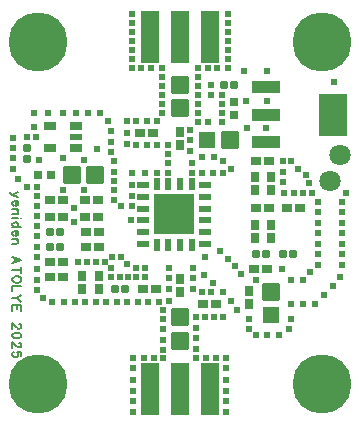
<source format=gts>
G04 Layer: TopSolderMaskLayer*
G04 EasyEDA Pro v2.2.45.4, 2025-12-28 23:20:17*
G04 Gerber Generator version 0.3*
G04 Scale: 100 percent, Rotated: No, Reflected: No*
G04 Dimensions in millimeters*
G04 Leading zeros omitted, absolute positions, 4 integers and 5 decimals*
G04 Generated by one-click*
%FSLAX45Y45*%
%MOMM*%
%AMRoundRect*1,1,$1,$2,$3*1,1,$1,$4,$5*1,1,$1,0-$2,0-$3*1,1,$1,0-$4,0-$5*20,1,$1,$2,$3,$4,$5,0*20,1,$1,$4,$5,0-$2,0-$3,0*20,1,$1,0-$2,0-$3,0-$4,0-$5,0*20,1,$1,0-$4,0-$5,$2,$3,0*4,1,4,$2,$3,$4,$5,0-$2,0-$3,0-$4,0-$5,$2,$3,0*%
%ADD10C,0.15*%
%ADD11RoundRect,0.08771X-0.32518X0.27695X0.32518X0.27695*%
%ADD12RoundRect,0.08771X-0.27695X-0.32518X-0.27695X0.32518*%
%ADD13RoundRect,0.08771X-0.28977X0.27695X0.28977X0.27695*%
%ADD14RoundRect,0.08771X-0.27695X-0.28977X-0.27695X0.28977*%
%ADD15RoundRect,0.08752X-0.50625X-0.30625X-0.50625X0.30625*%
%ADD16R,1.0X0.6*%
%ADD17R,2.47X0.98001*%
%ADD18R,2.4783X3.59999*%
%ADD19R,2.47X3.59999*%
%ADD20RoundRect,0.08771X-0.27695X-0.40199X-0.27695X0.40199*%
%ADD21RoundRect,0.08771X-0.40199X0.27695X0.40199X0.27695*%
%ADD22RoundRect,0.09495X-0.70833X0.67833X0.70833X0.67833*%
%ADD23R,1.41X1.35001*%
%ADD24R,1.35001X1.41*%
%ADD25RoundRect,0.09495X-0.67833X-0.70833X-0.67833X0.70833*%
%ADD26R,1.0X0.55*%
%ADD27R,0.55X1.0*%
%ADD28R,3.4X3.4*%
%ADD29R,1.5X4.5*%
%ADD30C,0.61*%
%ADD31C,1.8*%
%ADD32C,5.0*%
G75*


G04 Text Start*
G54D10*
G01X11039856Y-6132322D02*
G01X10991596Y-6152896D01*
G01X11039856Y-6173470D02*
G01X10991596Y-6152896D01*
G01X10977880Y-6146038D01*
G01X10971022Y-6139180D01*
G01X10967720Y-6132322D01*
G01X10967720Y-6129020D01*
G01X11019282Y-6204966D02*
G01X11019282Y-6246114D01*
G01X11026140Y-6246114D01*
G01X11032998Y-6242812D01*
G01X11036300Y-6239256D01*
G01X11039856Y-6232398D01*
G01X11039856Y-6222238D01*
G01X11036300Y-6215380D01*
G01X11029442Y-6208522D01*
G01X11019282Y-6204966D01*
G01X11012170Y-6204966D01*
G01X11002010Y-6208522D01*
G01X10995152Y-6215380D01*
G01X10991596Y-6222238D01*
G01X10991596Y-6232398D01*
G01X10995152Y-6239256D01*
G01X11002010Y-6246114D01*
G01X11039856Y-6277610D02*
G01X10991596Y-6277610D01*
G01X11026140Y-6277610D02*
G01X11036300Y-6288024D01*
G01X11039856Y-6294882D01*
G01X11039856Y-6305042D01*
G01X11036300Y-6311900D01*
G01X11026140Y-6315456D01*
G01X10991596Y-6315456D01*
G01X11063732Y-6346952D02*
G01X11060430Y-6350508D01*
G01X11063732Y-6353810D01*
G01X11067288Y-6350508D01*
G01X11063732Y-6346952D01*
G01X11039856Y-6350508D02*
G01X10991596Y-6350508D01*
G01X11063732Y-6426454D02*
G01X10991596Y-6426454D01*
G01X11029442Y-6426454D02*
G01X11036300Y-6419596D01*
G01X11039856Y-6412738D01*
G01X11039856Y-6402578D01*
G01X11036300Y-6395720D01*
G01X11029442Y-6388862D01*
G01X11019282Y-6385306D01*
G01X11012170Y-6385306D01*
G01X11002010Y-6388862D01*
G01X10995152Y-6395720D01*
G01X10991596Y-6402578D01*
G01X10991596Y-6412738D01*
G01X10995152Y-6419596D01*
G01X11002010Y-6426454D01*
G01X11019282Y-6457950D02*
G01X11019282Y-6499098D01*
G01X11026140Y-6499098D01*
G01X11032998Y-6495796D01*
G01X11036300Y-6492240D01*
G01X11039856Y-6485382D01*
G01X11039856Y-6475222D01*
G01X11036300Y-6468364D01*
G01X11029442Y-6461506D01*
G01X11019282Y-6457950D01*
G01X11012170Y-6457950D01*
G01X11002010Y-6461506D01*
G01X10995152Y-6468364D01*
G01X10991596Y-6475222D01*
G01X10991596Y-6485382D01*
G01X10995152Y-6492240D01*
G01X11002010Y-6499098D01*
G01X11039856Y-6530594D02*
G01X10991596Y-6530594D01*
G01X11026140Y-6530594D02*
G01X11036300Y-6541008D01*
G01X11039856Y-6547866D01*
G01X11039856Y-6558026D01*
G01X11036300Y-6564884D01*
G01X11026140Y-6568440D01*
G01X10991596Y-6568440D01*
G01X11063732Y-6704330D02*
G01X10991596Y-6676898D01*
G01X11063732Y-6704330D02*
G01X10991596Y-6732016D01*
G01X11015726Y-6687312D02*
G01X11015726Y-6721602D01*
G01X11063732Y-6787642D02*
G01X10991596Y-6787642D01*
G01X11063732Y-6763512D02*
G01X11063732Y-6811518D01*
G01X11063732Y-6863588D02*
G01X11060430Y-6856730D01*
G01X11053572Y-6849872D01*
G01X11046714Y-6846570D01*
G01X11036300Y-6843014D01*
G01X11019282Y-6843014D01*
G01X11008868Y-6846570D01*
G01X11002010Y-6849872D01*
G01X10995152Y-6856730D01*
G01X10991596Y-6863588D01*
G01X10991596Y-6877304D01*
G01X10995152Y-6884162D01*
G01X11002010Y-6891020D01*
G01X11008868Y-6894576D01*
G01X11019282Y-6898132D01*
G01X11036300Y-6898132D01*
G01X11046714Y-6894576D01*
G01X11053572Y-6891020D01*
G01X11060430Y-6884162D01*
G01X11063732Y-6877304D01*
G01X11063732Y-6863588D01*
G01X11063732Y-6929628D02*
G01X10991596Y-6929628D01*
G01X10991596Y-6929628D02*
G01X10991596Y-6970776D01*
G01X11063732Y-7002272D02*
G01X11029442Y-7029704D01*
G01X10991596Y-7029704D01*
G01X11063732Y-7057390D02*
G01X11029442Y-7029704D01*
G01X11063732Y-7088886D02*
G01X10991596Y-7088886D01*
G01X11063732Y-7088886D02*
G01X11063732Y-7133590D01*
G01X11029442Y-7088886D02*
G01X11029442Y-7116318D01*
G01X10991596Y-7088886D02*
G01X10991596Y-7133590D01*
G01X11046714Y-7245604D02*
G01X11050016Y-7245604D01*
G01X11056874Y-7248906D01*
G01X11060430Y-7252462D01*
G01X11063732Y-7259320D01*
G01X11063732Y-7273036D01*
G01X11060430Y-7279894D01*
G01X11056874Y-7283450D01*
G01X11050016Y-7286752D01*
G01X11043158Y-7286752D01*
G01X11036300Y-7283450D01*
G01X11026140Y-7276592D01*
G01X10991596Y-7242048D01*
G01X10991596Y-7290308D01*
G01X11063732Y-7342378D02*
G01X11060430Y-7332218D01*
G01X11050016Y-7325360D01*
G01X11032998Y-7321804D01*
G01X11022584Y-7321804D01*
G01X11005312Y-7325360D01*
G01X10995152Y-7332218D01*
G01X10991596Y-7342378D01*
G01X10991596Y-7349236D01*
G01X10995152Y-7359650D01*
G01X11005312Y-7366508D01*
G01X11022584Y-7369810D01*
G01X11032998Y-7369810D01*
G01X11050016Y-7366508D01*
G01X11060430Y-7359650D01*
G01X11063732Y-7349236D01*
G01X11063732Y-7342378D01*
G01X11046714Y-7404862D02*
G01X11050016Y-7404862D01*
G01X11056874Y-7408164D01*
G01X11060430Y-7411720D01*
G01X11063732Y-7418578D01*
G01X11063732Y-7432294D01*
G01X11060430Y-7439152D01*
G01X11056874Y-7442454D01*
G01X11050016Y-7446010D01*
G01X11043158Y-7446010D01*
G01X11036300Y-7442454D01*
G01X11026140Y-7435596D01*
G01X10991596Y-7401306D01*
G01X10991596Y-7449312D01*
G01X11063732Y-7521956D02*
G01X11063732Y-7487666D01*
G01X11032998Y-7484364D01*
G01X11036300Y-7487666D01*
G01X11039856Y-7498080D01*
G01X11039856Y-7508240D01*
G01X11036300Y-7518654D01*
G01X11029442Y-7525512D01*
G01X11019282Y-7528814D01*
G01X11012170Y-7528814D01*
G01X11002010Y-7525512D01*
G01X10995152Y-7518654D01*
G01X10991596Y-7508240D01*
G01X10991596Y-7498080D01*
G01X10995152Y-7487666D01*
G01X10998454Y-7484364D01*
G01X11005312Y-7480808D01*
G04 Text End*

G04 Pad Start*
G54D11*
G01X11318723Y-5981700D03*
G01X11211077Y-5981700D03*
G54D12*
G01X12865100Y-5476723D03*
G01X12865100Y-5369077D03*
G54D13*
G01X12870282Y-5219700D03*
G01X12783718Y-5219700D03*
G54D14*
G01X11112500Y-5847182D03*
G01X11112500Y-5760618D03*
G54D15*
G01X11307293Y-5759196D03*
G01X11307293Y-5569204D03*
G01X11527307Y-5759196D03*
G01X11527307Y-5569204D03*
G54D16*
G01X11527307Y-5664200D03*
G54D17*
G01X13140411Y-5243703D03*
G01X13140411Y-5473700D03*
G01X13140411Y-5703697D03*
G54D19*
G01X13707389Y-5473700D03*
G54D20*
G01X12992100Y-7077608D03*
G01X12992100Y-6968592D03*
G54D21*
G01X11604092Y-6337300D03*
G01X11713108Y-6337300D03*
G54D22*
G01X11495100Y-5981700D03*
G01X11695100Y-5981700D03*
G54D21*
G01X11421008Y-6337300D03*
G01X11311992Y-6337300D03*
G01X11421008Y-6197600D03*
G01X11311992Y-6197600D03*
G01X11421008Y-6845300D03*
G01X11311992Y-6845300D03*
G01X11421008Y-6718300D03*
G01X11311992Y-6718300D03*
G54D23*
G01X12638100Y-5689600D03*
G54D22*
G01X12838100Y-5689600D03*
G54D21*
G01X13160908Y-5867400D03*
G01X13051892Y-5867400D03*
G54D20*
G01X11722100Y-6841592D03*
G01X11722100Y-6950608D03*
G01X11582400Y-6841592D03*
G01X11582400Y-6950608D03*
G01X13182600Y-6112408D03*
G01X13182600Y-6003392D03*
G54D21*
G01X13427608Y-6261100D03*
G01X13318592Y-6261100D03*
G54D20*
G01X13042900Y-6518808D03*
G01X13042900Y-6409792D03*
G01X13182600Y-6518808D03*
G01X13182600Y-6409792D03*
G54D21*
G01X13039192Y-6781800D03*
G01X13148208Y-6781800D03*
G54D24*
G01X13182600Y-7173900D03*
G54D25*
G01X13182600Y-6973900D03*
G01X12407900Y-5421300D03*
G01X12407900Y-5221300D03*
G01X12407900Y-7389800D03*
G01X12407900Y-7189800D03*
G54D21*
G01X11604092Y-6197600D03*
G01X11713108Y-6197600D03*
G54D20*
G01X13042900Y-6003392D03*
G01X13042900Y-6112408D03*
G54D21*
G01X13160908Y-6261100D03*
G01X13051892Y-6261100D03*
G54D20*
G01X12407900Y-5622392D03*
G01X12407900Y-5731408D03*
G54D21*
G01X12073992Y-5626100D03*
G01X12183008Y-5626100D03*
G54D20*
G01X12412980Y-6868262D03*
G01X12412980Y-6977278D03*
G54D21*
G01X12715138Y-7078980D03*
G01X12606122Y-7078980D03*
G01X12208408Y-6946900D03*
G01X12099392Y-6946900D03*
G01X11725808Y-6464300D03*
G01X11616792Y-6464300D03*
G01X11725808Y-6591300D03*
G01X11616792Y-6591300D03*
G54D13*
G01X11397082Y-6464300D03*
G01X11310518Y-6464300D03*
G01X11397082Y-6591300D03*
G01X11310518Y-6591300D03*
G01X13050418Y-6654800D03*
G01X13136982Y-6654800D03*
G01X13279018Y-6654800D03*
G01X13365582Y-6654800D03*
G01X11943182Y-6946900D03*
G01X11856618Y-6946900D03*
G54D26*
G01X12100000Y-6069500D03*
G01X12100000Y-6169500D03*
G01X12100000Y-6269500D03*
G01X12100000Y-6369500D03*
G01X12100000Y-6469500D03*
G01X12100000Y-6569500D03*
G54D27*
G01X12213000Y-6580000D03*
G01X12313000Y-6580000D03*
G01X12413000Y-6580000D03*
G01X12513000Y-6580000D03*
G54D26*
G01X12625000Y-6569500D03*
G01X12625000Y-6469500D03*
G01X12625000Y-6369500D03*
G01X12625000Y-6269500D03*
G01X12625000Y-6169500D03*
G01X12625000Y-6069500D03*
G54D27*
G01X12513000Y-6060000D03*
G01X12413000Y-6060000D03*
G01X12313000Y-6060000D03*
G01X12213000Y-6060000D03*
G54D28*
G01X12363000Y-6319500D03*
G54D29*
G01X12662878Y-4815000D03*
G01X12152897Y-4815000D03*
G01X12407887Y-4815000D03*
G01X12152922Y-7800000D03*
G01X12662903Y-7800000D03*
G01X12407913Y-7800000D03*
G04 Pad End*

G04 Via Start*
G54D30*
G01X12302490Y-6320790D03*
G01X12363000Y-6319500D03*
G01X12241530Y-6322060D03*
G01X12423852Y-6319500D03*
G01X12484238Y-6319500D03*
G01X12241646Y-6261192D03*
G01X12302606Y-6259922D03*
G01X12363116Y-6258632D03*
G01X12423968Y-6258632D03*
G01X12484354Y-6258632D03*
G01X12241646Y-6383691D03*
G01X12302606Y-6382421D03*
G01X12363116Y-6381130D03*
G01X12423968Y-6381130D03*
G01X12484354Y-6381130D03*
G01X12241646Y-6200482D03*
G01X12302606Y-6199212D03*
G01X12363116Y-6197922D03*
G01X12423968Y-6197922D03*
G01X12484354Y-6197922D03*
G01X12241646Y-6444077D03*
G01X12302606Y-6442807D03*
G01X12363116Y-6441517D03*
G01X12423968Y-6441517D03*
G01X12484354Y-6441517D03*
G01X11996885Y-6369500D03*
G01X12623800Y-6680200D03*
G54D31*
G01X13677600Y-6032500D03*
G01X13769300Y-5816600D03*
G54D30*
G01X11709400Y-5763467D03*
G54D32*
G01X11209300Y-4859300D03*
G01X13609300Y-7759300D03*
G01X13609300Y-4859300D03*
G01X11209300Y-7759300D03*
G54D30*
G01X12319000Y-6946900D03*
G01X12319000Y-6769100D03*
G01X12319000Y-6858000D03*
G01X12522200Y-6769100D03*
G01X12522200Y-6858000D03*
G01X12522200Y-6946900D03*
G01X12319000Y-7048500D03*
G01X12268200Y-7124700D03*
G01X12268200Y-7203735D03*
G01X12268200Y-7289800D03*
G01X12268200Y-7378700D03*
G01X12268200Y-7464579D03*
G01X12014200Y-7531100D03*
G01X12014200Y-7620000D03*
G01X12014200Y-7721600D03*
G01X12014200Y-7810500D03*
G01X12014200Y-7899400D03*
G01X12014200Y-7988300D03*
G01X12547600Y-7188200D03*
G01X12547600Y-7277100D03*
G01X12547600Y-7366000D03*
G01X12547600Y-7454900D03*
G01X12801600Y-7531100D03*
G01X12801600Y-7620000D03*
G01X12801600Y-7721600D03*
G01X12801600Y-7810500D03*
G01X12801600Y-7899400D03*
G01X12801600Y-7988300D03*
G01X12598400Y-6972300D03*
G01X12674600Y-6972300D03*
G01X12623800Y-7188200D03*
G01X12839700Y-7048500D03*
G01X12776200Y-6972300D03*
G01X12776200Y-7188200D03*
G01X12700000Y-7188200D03*
G01X12217400Y-5969000D03*
G01X12306300Y-5969000D03*
G01X12115800Y-5969000D03*
G01X12001500Y-6070600D03*
G01X12001500Y-6159500D03*
G01X12001500Y-6248400D03*
G01X12306300Y-5880100D03*
G01X12306300Y-5803900D03*
G01X12306300Y-5727700D03*
G01X12217400Y-5727700D03*
G01X12128500Y-5727700D03*
G01X12217400Y-5524500D03*
G01X12128959Y-5524500D03*
G01X12255500Y-5461000D03*
G01X12255500Y-5384800D03*
G01X12255500Y-5308600D03*
G01X12255500Y-5232400D03*
G01X12255500Y-5156200D03*
G01X12001500Y-5080000D03*
G01X12001500Y-5003800D03*
G01X12001500Y-4927600D03*
G01X12001500Y-4853188D03*
G01X12001500Y-4775200D03*
G01X12001500Y-4699000D03*
G01X12001500Y-4624584D03*
G01X12814300Y-4622800D03*
G01X12814300Y-4699000D03*
G01X12814300Y-4776064D03*
G01X12814300Y-4851400D03*
G01X12814300Y-4926852D03*
G01X12814300Y-5003800D03*
G01X12814300Y-5080000D03*
G01X12560300Y-5156200D03*
G01X12560300Y-5232400D03*
G01X12560300Y-5308600D03*
G01X12560300Y-5384800D03*
G01X12560300Y-5460146D03*
G01X12560300Y-5539940D03*
G01X12496800Y-5689600D03*
G01X12496800Y-5600700D03*
G01X12496800Y-5778500D03*
G01X12077700Y-5080000D03*
G01X12255500Y-5080000D03*
G01X12166600Y-5080000D03*
G01X12560300Y-5080000D03*
G01X12725400Y-5080000D03*
G01X12645607Y-5080000D03*
G01X12103100Y-7531100D03*
G01X12192000Y-7531100D03*
G01X12268200Y-7531100D03*
G01X12547600Y-7531100D03*
G01X12628354Y-7531100D03*
G01X12718894Y-7531100D03*
G01X12039600Y-5524500D03*
G01X11963400Y-5524500D03*
G01X11963400Y-5626100D03*
G01X11963400Y-5727179D03*
G01X12039600Y-5727700D03*
G01X12509500Y-5880100D03*
G01X12509500Y-5969000D03*
G01X12598400Y-5969000D03*
G01X12688967Y-5969000D03*
G01X12776200Y-5969000D03*
G01X12839700Y-5930900D03*
G01X12700000Y-5829300D03*
G01X12115800Y-6769100D03*
G01X12115800Y-6845300D03*
G01X12039600Y-6845300D03*
G01X11970661Y-6845300D03*
G01X11899900Y-6845300D03*
G01X11823700Y-6845300D03*
G01X12611100Y-6832600D03*
G01X12687300Y-6896100D03*
G01X11544300Y-6718300D03*
G01X11620500Y-6718300D03*
G01X11696700Y-6718300D03*
G01X11772900Y-6718300D03*
G01X11823700Y-6769100D03*
G01X11836400Y-6680200D03*
G01X11912600Y-6680200D03*
G01X11965500Y-6740059D03*
G01X12039600Y-6769100D03*
G01X12598400Y-5829300D03*
G01X13144500Y-5105400D03*
G01X13144500Y-5359400D03*
G01X13140411Y-5589235D03*
G01X13716000Y-5194300D03*
G01X12954000Y-5105400D03*
G01X12979400Y-5588000D03*
G01X12966700Y-5359400D03*
G01X12750800Y-6629400D03*
G01X12814300Y-6692900D03*
G01X12877800Y-6756400D03*
G01X13271500Y-6781800D03*
G01X13347700Y-6870700D03*
G01X13347700Y-7073900D03*
G01X13144500Y-7340600D03*
G01X12992100Y-7200900D03*
G01X13284200Y-5867400D03*
G01X13284200Y-5956300D03*
G01X13284200Y-6045200D03*
G01X13347700Y-5867400D03*
G01X13411200Y-5930900D03*
G01X13474700Y-5981700D03*
G01X13500100Y-6050714D03*
G01X13525500Y-6134100D03*
G01X13373100Y-6134100D03*
G01X13291581Y-6134100D03*
G01X13449300Y-6134100D03*
G01X13576300Y-6210300D03*
G01X13576300Y-6299200D03*
G01X13576300Y-6388100D03*
G01X13576300Y-6477000D03*
G01X13576300Y-6565900D03*
G01X13576300Y-6654800D03*
G01X13576300Y-6743700D03*
G01X13512800Y-6807200D03*
G01X13449300Y-6870700D03*
G01X13449300Y-7073900D03*
G01X13550900Y-7073900D03*
G01X13627100Y-6997700D03*
G01X13703300Y-6921500D03*
G01X13766800Y-6845300D03*
G01X13779500Y-6743700D03*
G01X13779500Y-6655440D03*
G01X13779500Y-6566330D03*
G01X13779500Y-6477000D03*
G01X13779500Y-6388100D03*
G01X13779500Y-6299200D03*
G01X13779500Y-6210300D03*
G01X13817600Y-6134100D03*
G01X13347700Y-7200900D03*
G01X11531600Y-5461000D03*
G01X11633200Y-5461000D03*
G01X11734800Y-5461000D03*
G01X11798300Y-5524500D03*
G01X11823700Y-5613400D03*
G01X11823700Y-5702300D03*
G01X11823700Y-5791200D03*
G01X11823700Y-5791200D03*
G01X11849100Y-5864753D03*
G01X11849100Y-5956300D03*
G01X11849100Y-6035337D03*
G01X11849100Y-6115100D03*
G01X11849100Y-6197600D03*
G01X11912600Y-6248400D03*
G01X11417300Y-5461000D03*
G01X11194960Y-5664200D03*
G01X11214100Y-5854700D03*
G01X11112500Y-5664200D03*
G01X10998200Y-5753100D03*
G01X10998200Y-5668876D03*
G01X10998200Y-5842000D03*
G01X10998200Y-5934339D03*
G01X11036300Y-6019800D03*
G01X11112500Y-6083300D03*
G01X11201400Y-6083300D03*
G01X11201400Y-6159500D03*
G01X11201400Y-6248400D03*
G01X11201400Y-6333484D03*
G01X11201400Y-6413500D03*
G01X11201400Y-6502400D03*
G01X11201400Y-6591300D03*
G01X11201400Y-6680200D03*
G01X11201400Y-6781800D03*
G01X11201400Y-6870700D03*
G01X11201400Y-6959600D03*
G01X11252200Y-7023100D03*
G01X11328400Y-7061200D03*
G01X11430000Y-7061200D03*
G01X11518900Y-7061200D03*
G01X11607800Y-7061200D03*
G01X11696700Y-7061200D03*
G01X11785600Y-7061200D03*
G01X11874500Y-7061200D03*
G01X11963400Y-7061200D03*
G01X12052300Y-7061200D03*
G01X12141200Y-7061200D03*
G01X12230100Y-7061200D03*
G01X11417300Y-5842000D03*
G01X11595100Y-5854700D03*
G01X11595100Y-6108700D03*
G01X11417300Y-6108700D03*
G01X11513820Y-6268720D03*
G01X11513820Y-6380480D03*
G01X12776200Y-5867400D03*
G01X12674600Y-5219700D03*
G01X12674600Y-5308600D03*
G01X12763500Y-5308600D03*
G01X12763500Y-5384800D03*
G01X12763500Y-5461000D03*
G01X12649200Y-5537200D03*
G01X12763500Y-5537200D03*
G01X12001500Y-5969000D03*
G01X12890500Y-7124700D03*
G01X12992100Y-7289800D03*
G01X13055600Y-7340600D03*
G01X13246100Y-7340600D03*
G01X13335000Y-7289800D03*
G01X12928600Y-6819900D03*
G01X11176000Y-5575300D03*
G01X11290300Y-5461000D03*
G01X11176000Y-5461000D03*
G01X13055600Y-6870700D03*
G04 Via End*

M02*


</source>
